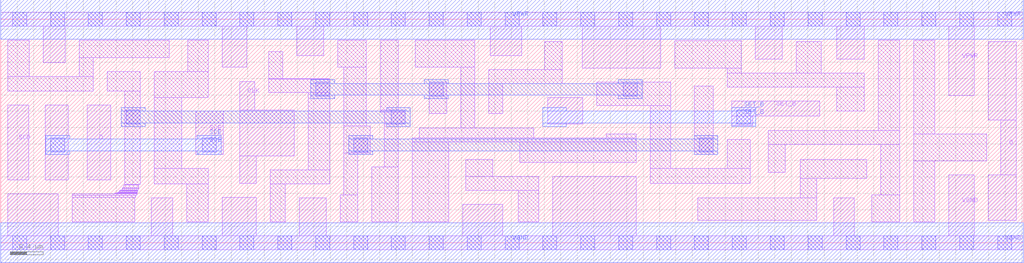
<source format=lef>
# Copyright 2020 The SkyWater PDK Authors
#
# Licensed under the Apache License, Version 2.0 (the "License");
# you may not use this file except in compliance with the License.
# You may obtain a copy of the License at
#
#     https://www.apache.org/licenses/LICENSE-2.0
#
# Unless required by applicable law or agreed to in writing, software
# distributed under the License is distributed on an "AS IS" BASIS,
# WITHOUT WARRANTIES OR CONDITIONS OF ANY KIND, either express or implied.
# See the License for the specific language governing permissions and
# limitations under the License.
#
# SPDX-License-Identifier: Apache-2.0

VERSION 5.7 ;
  NAMESCASESENSITIVE ON ;
  NOWIREEXTENSIONATPIN ON ;
  DIVIDERCHAR "/" ;
  BUSBITCHARS "[]" ;
UNITS
  DATABASE MICRONS 200 ;
END UNITS
MACRO sky130_fd_sc_hd__sdfstp_1
  CLASS CORE ;
  SOURCE USER ;
  FOREIGN sky130_fd_sc_hd__sdfstp_1 ;
  ORIGIN  0.000000  0.000000 ;
  SIZE  12.42000 BY  2.720000 ;
  SYMMETRY X Y R90 ;
  SITE unithd ;
  PIN D
    ANTENNAGATEAREA  0.159000 ;
    DIRECTION INPUT ;
    USE SIGNAL ;
    PORT
      LAYER li1 ;
        RECT 1.050000 0.765000 1.335000 1.675000 ;
    END
  END D
  PIN Q
    ANTENNADIFFAREA  0.429000 ;
    DIRECTION OUTPUT ;
    USE SIGNAL ;
    PORT
      LAYER li1 ;
        RECT 11.995000 0.275000 12.335000 0.825000 ;
        RECT 11.995000 1.495000 12.335000 2.450000 ;
        RECT 12.145000 0.825000 12.335000 1.495000 ;
    END
  END Q
  PIN SCD
    ANTENNAGATEAREA  0.159000 ;
    DIRECTION INPUT ;
    USE SIGNAL ;
    PORT
      LAYER li1 ;
        RECT 0.085000 0.765000 0.340000 1.675000 ;
    END
  END SCD
  PIN SCE
    ANTENNAGATEAREA  0.318000 ;
    DIRECTION INPUT ;
    USE SIGNAL ;
    PORT
      LAYER li1 ;
        RECT 0.540000 0.765000 0.820000 1.675000 ;
        RECT 2.370000 1.075000 2.700000 1.600000 ;
      LAYER mcon ;
        RECT 0.605000 1.105000 0.775000 1.275000 ;
        RECT 2.445000 1.105000 2.615000 1.275000 ;
      LAYER met1 ;
        RECT 0.545000 1.075000 0.835000 1.120000 ;
        RECT 0.545000 1.120000 2.675000 1.260000 ;
        RECT 0.545000 1.260000 0.835000 1.305000 ;
        RECT 2.385000 1.075000 2.675000 1.120000 ;
        RECT 2.385000 1.260000 2.675000 1.305000 ;
    END
  END SCE
  PIN SET_B
    ANTENNAGATEAREA  0.252000 ;
    DIRECTION INPUT ;
    USE SIGNAL ;
    PORT
      LAYER li1 ;
        RECT 6.640000 1.445000 7.065000 1.765000 ;
        RECT 8.880000 1.425000 9.135000 1.545000 ;
        RECT 8.880000 1.545000 9.945000 1.725000 ;
      LAYER mcon ;
        RECT 8.940000 1.445000 9.110000 1.615000 ;
      LAYER met1 ;
        RECT 6.580000 1.415000 6.870000 1.460000 ;
        RECT 6.580000 1.460000 9.170000 1.600000 ;
        RECT 6.580000 1.600000 6.870000 1.645000 ;
        RECT 8.880000 1.415000 9.170000 1.460000 ;
        RECT 8.880000 1.600000 9.170000 1.645000 ;
    END
  END SET_B
  PIN CLK
    ANTENNAGATEAREA  0.159000 ;
    DIRECTION INPUT ;
    USE CLOCK ;
    PORT
      LAYER li1 ;
        RECT 2.905000 0.725000 3.100000 1.055000 ;
        RECT 2.905000 1.055000 3.565000 1.615000 ;
        RECT 2.905000 1.615000 3.085000 1.960000 ;
    END
  END CLK
  PIN VGND
    DIRECTION INOUT ;
    SHAPE ABUTMENT ;
    USE GROUND ;
    PORT
      LAYER li1 ;
        RECT  0.000000 -0.085000 12.420000 0.085000 ;
        RECT  0.085000  0.085000  0.700000 0.595000 ;
        RECT  1.825000  0.085000  2.090000 0.545000 ;
        RECT  2.690000  0.085000  3.100000 0.555000 ;
        RECT  3.625000  0.085000  3.955000 0.545000 ;
        RECT  5.610000  0.085000  6.095000 0.465000 ;
        RECT  6.705000  0.085000  7.715000 0.805000 ;
        RECT 10.115000  0.085000 10.365000 0.545000 ;
        RECT 11.515000  0.085000 11.825000 0.825000 ;
      LAYER mcon ;
        RECT  0.145000 -0.085000  0.315000 0.085000 ;
        RECT  0.605000 -0.085000  0.775000 0.085000 ;
        RECT  1.065000 -0.085000  1.235000 0.085000 ;
        RECT  1.525000 -0.085000  1.695000 0.085000 ;
        RECT  1.985000 -0.085000  2.155000 0.085000 ;
        RECT  2.445000 -0.085000  2.615000 0.085000 ;
        RECT  2.905000 -0.085000  3.075000 0.085000 ;
        RECT  3.365000 -0.085000  3.535000 0.085000 ;
        RECT  3.825000 -0.085000  3.995000 0.085000 ;
        RECT  4.285000 -0.085000  4.455000 0.085000 ;
        RECT  4.745000 -0.085000  4.915000 0.085000 ;
        RECT  5.205000 -0.085000  5.375000 0.085000 ;
        RECT  5.665000 -0.085000  5.835000 0.085000 ;
        RECT  6.125000 -0.085000  6.295000 0.085000 ;
        RECT  6.585000 -0.085000  6.755000 0.085000 ;
        RECT  7.045000 -0.085000  7.215000 0.085000 ;
        RECT  7.505000 -0.085000  7.675000 0.085000 ;
        RECT  7.965000 -0.085000  8.135000 0.085000 ;
        RECT  8.425000 -0.085000  8.595000 0.085000 ;
        RECT  8.885000 -0.085000  9.055000 0.085000 ;
        RECT  9.345000 -0.085000  9.515000 0.085000 ;
        RECT  9.805000 -0.085000  9.975000 0.085000 ;
        RECT 10.265000 -0.085000 10.435000 0.085000 ;
        RECT 10.725000 -0.085000 10.895000 0.085000 ;
        RECT 11.185000 -0.085000 11.355000 0.085000 ;
        RECT 11.645000 -0.085000 11.815000 0.085000 ;
        RECT 12.105000 -0.085000 12.275000 0.085000 ;
      LAYER met1 ;
        RECT 0.000000 -0.240000 12.420000 0.240000 ;
    END
  END VGND
  PIN VPWR
    DIRECTION INOUT ;
    SHAPE ABUTMENT ;
    USE POWER ;
    PORT
      LAYER li1 ;
        RECT  0.000000 2.635000 12.420000 2.805000 ;
        RECT  0.515000 2.195000  0.785000 2.635000 ;
        RECT  2.690000 2.140000  2.985000 2.635000 ;
        RECT  3.595000 2.275000  3.925000 2.635000 ;
        RECT  5.945000 2.275000  6.330000 2.635000 ;
        RECT  7.060000 2.125000  8.015000 2.635000 ;
        RECT  9.160000 2.235000  9.490000 2.635000 ;
        RECT 10.155000 2.235000 10.485000 2.635000 ;
        RECT 11.515000 1.790000 11.825000 2.635000 ;
      LAYER mcon ;
        RECT  0.145000 2.635000  0.315000 2.805000 ;
        RECT  0.605000 2.635000  0.775000 2.805000 ;
        RECT  1.065000 2.635000  1.235000 2.805000 ;
        RECT  1.525000 2.635000  1.695000 2.805000 ;
        RECT  1.985000 2.635000  2.155000 2.805000 ;
        RECT  2.445000 2.635000  2.615000 2.805000 ;
        RECT  2.905000 2.635000  3.075000 2.805000 ;
        RECT  3.365000 2.635000  3.535000 2.805000 ;
        RECT  3.825000 2.635000  3.995000 2.805000 ;
        RECT  4.285000 2.635000  4.455000 2.805000 ;
        RECT  4.745000 2.635000  4.915000 2.805000 ;
        RECT  5.205000 2.635000  5.375000 2.805000 ;
        RECT  5.665000 2.635000  5.835000 2.805000 ;
        RECT  6.125000 2.635000  6.295000 2.805000 ;
        RECT  6.585000 2.635000  6.755000 2.805000 ;
        RECT  7.045000 2.635000  7.215000 2.805000 ;
        RECT  7.505000 2.635000  7.675000 2.805000 ;
        RECT  7.965000 2.635000  8.135000 2.805000 ;
        RECT  8.425000 2.635000  8.595000 2.805000 ;
        RECT  8.885000 2.635000  9.055000 2.805000 ;
        RECT  9.345000 2.635000  9.515000 2.805000 ;
        RECT  9.805000 2.635000  9.975000 2.805000 ;
        RECT 10.265000 2.635000 10.435000 2.805000 ;
        RECT 10.725000 2.635000 10.895000 2.805000 ;
        RECT 11.185000 2.635000 11.355000 2.805000 ;
        RECT 11.645000 2.635000 11.815000 2.805000 ;
        RECT 12.105000 2.635000 12.275000 2.805000 ;
      LAYER met1 ;
        RECT 0.000000 2.480000 12.420000 2.960000 ;
    END
  END VPWR
  OBS
    LAYER li1 ;
      RECT  0.085000 1.845000  1.125000 2.025000 ;
      RECT  0.085000 2.025000  0.345000 2.465000 ;
      RECT  0.870000 0.255000  1.625000 0.555000 ;
      RECT  0.870000 0.555000  1.640000 0.575000 ;
      RECT  0.870000 0.575000  1.650000 0.595000 ;
      RECT  0.955000 2.025000  1.125000 2.255000 ;
      RECT  0.955000 2.255000  2.045000 2.465000 ;
      RECT  1.295000 1.845000  1.695000 2.085000 ;
      RECT  1.380000 0.595000  1.660000 0.600000 ;
      RECT  1.395000 0.600000  1.660000 0.605000 ;
      RECT  1.405000 0.605000  1.660000 0.610000 ;
      RECT  1.420000 0.610000  1.660000 0.615000 ;
      RECT  1.430000 0.615000  1.660000 0.620000 ;
      RECT  1.440000 0.620000  1.665000 0.630000 ;
      RECT  1.445000 0.630000  1.665000 0.635000 ;
      RECT  1.460000 0.635000  1.665000 0.645000 ;
      RECT  1.475000 0.645000  1.670000 0.660000 ;
      RECT  1.475000 0.660000  1.675000 0.665000 ;
      RECT  1.495000 0.665000  1.675000 0.705000 ;
      RECT  1.505000 0.705000  1.675000 0.710000 ;
      RECT  1.505000 0.710000  1.695000 1.845000 ;
      RECT  1.865000 0.715000  2.520000 0.905000 ;
      RECT  1.865000 0.905000  2.200000 1.770000 ;
      RECT  1.865000 1.770000  2.520000 2.085000 ;
      RECT  2.260000 0.255000  2.520000 0.715000 ;
      RECT  2.270000 2.085000  2.520000 2.465000 ;
      RECT  3.255000 1.830000  3.995000 1.990000 ;
      RECT  3.255000 1.990000  3.985000 2.000000 ;
      RECT  3.255000 2.000000  3.425000 2.325000 ;
      RECT  3.270000 0.255000  3.455000 0.715000 ;
      RECT  3.270000 0.715000  3.995000 0.885000 ;
      RECT  3.735000 0.885000  3.995000 1.830000 ;
      RECT  4.095000 2.135000  4.440000 2.465000 ;
      RECT  4.125000 0.255000  4.335000 0.585000 ;
      RECT  4.165000 0.585000  4.335000 1.090000 ;
      RECT  4.165000 1.090000  4.490000 1.420000 ;
      RECT  4.165000 1.420000  4.440000 2.135000 ;
      RECT  4.505000 0.255000  4.830000 0.920000 ;
      RECT  4.615000 1.590000  4.915000 1.615000 ;
      RECT  4.615000 1.615000  4.830000 2.465000 ;
      RECT  4.660000 0.920000  4.830000 1.445000 ;
      RECT  4.660000 1.445000  4.915000 1.590000 ;
      RECT  5.000000 0.255000  5.440000 1.225000 ;
      RECT  5.000000 1.225000  7.715000 1.275000 ;
      RECT  5.035000 2.135000  5.755000 2.465000 ;
      RECT  5.085000 1.275000  6.475000 1.395000 ;
      RECT  5.205000 1.575000  5.415000 1.955000 ;
      RECT  5.585000 1.395000  5.755000 2.135000 ;
      RECT  5.645000 0.635000  6.535000 0.805000 ;
      RECT  5.645000 0.805000  5.975000 1.015000 ;
      RECT  5.925000 1.575000  6.095000 1.935000 ;
      RECT  5.925000 1.935000  6.820000 2.105000 ;
      RECT  6.285000 0.255000  6.535000 0.635000 ;
      RECT  6.305000 0.975000  7.715000 1.225000 ;
      RECT  6.605000 2.105000  6.820000 2.450000 ;
      RECT  7.235000 1.670000  8.135000 1.955000 ;
      RECT  7.355000 1.275000  7.715000 1.325000 ;
      RECT  7.885000 0.720000  9.105000 0.905000 ;
      RECT  7.885000 0.905000  8.135000 1.670000 ;
      RECT  8.185000 2.125000  8.990000 2.460000 ;
      RECT  8.425000 1.075000  8.650000 1.905000 ;
      RECT  8.465000 0.275000  9.910000 0.545000 ;
      RECT  8.820000 0.905000  9.105000 1.255000 ;
      RECT  8.820000 1.895000 10.485000 2.065000 ;
      RECT  8.820000 2.065000  8.990000 2.125000 ;
      RECT  9.320000 0.855000  9.530000 1.195000 ;
      RECT  9.320000 1.195000 10.915000 1.365000 ;
      RECT  9.660000 2.065000  9.965000 2.450000 ;
      RECT  9.710000 0.545000  9.910000 0.785000 ;
      RECT  9.710000 0.785000 10.515000 1.015000 ;
      RECT 10.155000 1.605000 10.485000 1.895000 ;
      RECT 10.575000 0.255000 10.915000 0.585000 ;
      RECT 10.655000 1.365000 10.915000 2.465000 ;
      RECT 10.685000 0.585000 10.915000 1.195000 ;
      RECT 11.085000 0.255000 11.345000 0.995000 ;
      RECT 11.085000 0.995000 11.975000 1.325000 ;
      RECT 11.085000 1.325000 11.345000 2.465000 ;
    LAYER mcon ;
      RECT 1.525000 1.445000 1.695000 1.615000 ;
      RECT 3.825000 1.785000 3.995000 1.955000 ;
      RECT 4.285000 1.105000 4.455000 1.275000 ;
      RECT 4.745000 1.445000 4.915000 1.615000 ;
      RECT 5.205000 1.785000 5.375000 1.955000 ;
      RECT 7.560000 1.785000 7.730000 1.955000 ;
      RECT 8.480000 1.105000 8.650000 1.275000 ;
    LAYER met1 ;
      RECT 1.465000 1.415000 1.755000 1.460000 ;
      RECT 1.465000 1.460000 4.975000 1.600000 ;
      RECT 1.465000 1.600000 1.755000 1.645000 ;
      RECT 3.765000 1.755000 4.055000 1.800000 ;
      RECT 3.765000 1.800000 7.790000 1.940000 ;
      RECT 3.765000 1.940000 4.055000 1.985000 ;
      RECT 4.225000 1.075000 4.515000 1.120000 ;
      RECT 4.225000 1.120000 8.710000 1.260000 ;
      RECT 4.225000 1.260000 4.515000 1.305000 ;
      RECT 4.685000 1.415000 4.975000 1.460000 ;
      RECT 4.685000 1.600000 4.975000 1.645000 ;
      RECT 5.145000 1.755000 5.435000 1.800000 ;
      RECT 5.145000 1.940000 5.435000 1.985000 ;
      RECT 7.500000 1.755000 7.790000 1.800000 ;
      RECT 7.500000 1.940000 7.790000 1.985000 ;
      RECT 8.420000 1.075000 8.710000 1.120000 ;
      RECT 8.420000 1.260000 8.710000 1.305000 ;
  END
END sky130_fd_sc_hd__sdfstp_1

</source>
